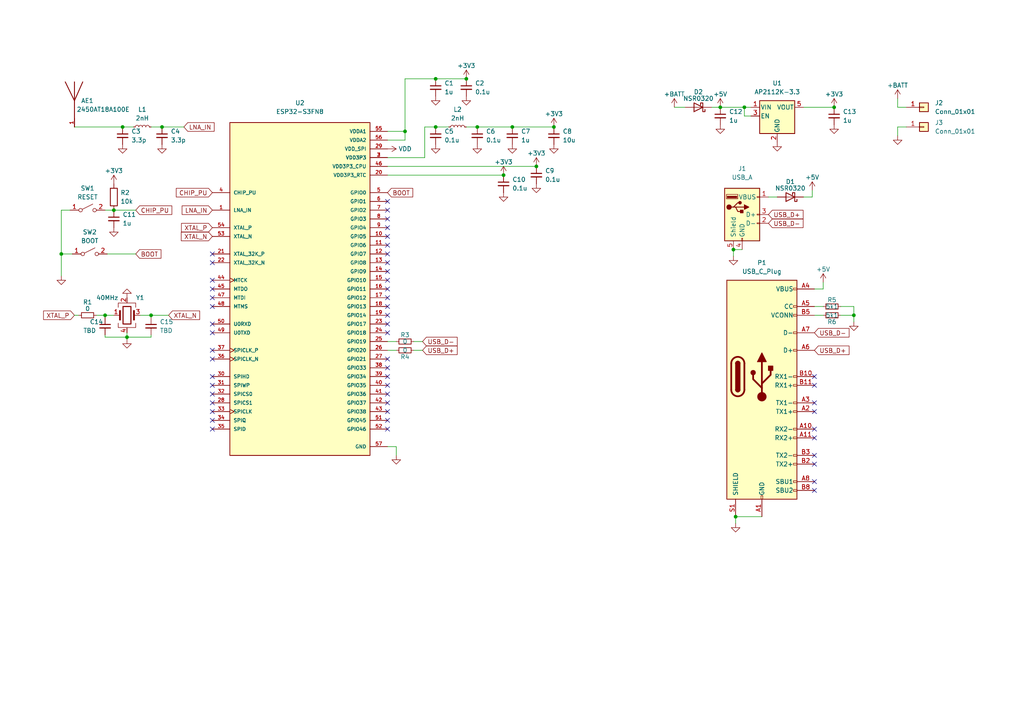
<source format=kicad_sch>
(kicad_sch (version 20211123) (generator eeschema)
  (paper "A4")
  (lib_symbols
    (symbol "2450AT18A100E:2450AT18A100E" (pin_names (offset 1.016))
      (property "Reference" "AE" (at -2.7927 10.1861 0))
      (property "Value" "2450AT18A100E" (at -2.6609 -10.1575 0))
      (symbol "2450AT18A100E_0_0"
        (polyline (pts (xy 0 2.54) (xy -2.667 8.001)) (stroke (width 0.254)))
        (polyline (pts (xy 0 2.54) (xy 0 -5.08)) (stroke (width 0.254)))
        (polyline (pts (xy 0 8.001) (xy 0 2.54)) (stroke (width 0.254)))
        (polyline (pts (xy 2.413 8.001) (xy 0 2.54)) (stroke (width 0.254)))
        (pin input line (at 0 -5.08 90) (length 2.54) (name "~") (number "1"))
      )
    )
    (symbol "Connector:USB_A" (pin_names (offset 1.016))
      (property "Reference" "J" (at -5.08 11.43 0))
      (property "Value" "USB_A" (at -5.08 8.89 0))
      (symbol "USB_A_0_1"
        (rectangle (start -5.08 -7.62) (end 5.08 7.62) (stroke (width 0.254)) (fill (type background)))
        (circle (center -3.81 2.159) (radius 0.635) (stroke (width 0.254)) (fill (type outline)))
        (rectangle (start -1.524 4.826) (end -4.318 5.334) (fill (type outline)))
        (rectangle (start -1.27 4.572) (end -4.572 5.842))
        (circle (center -0.635 3.429) (radius 0.381) (stroke (width 0.254)) (fill (type outline)))
        (rectangle (start -0.127 -7.62) (end 0.127 -6.858))
        (polyline (pts (xy -3.175 2.159) (xy -2.54 2.159) (xy -1.27 3.429) (xy -0.635 3.429)) (stroke (width 0.254)))
        (polyline (pts (xy -2.54 2.159) (xy -1.905 2.159) (xy -1.27 0.889) (xy 0 0.889)) (stroke (width 0.254)))
        (polyline (pts (xy 0.635 2.794) (xy 0.635 1.524) (xy 1.905 2.159) (xy 0.635 2.794)) (stroke (width 0.254)) (fill (type outline)))
        (rectangle (start 0.254 1.27) (end -0.508 0.508) (stroke (width 0.254)) (fill (type outline)))
        (rectangle (start 5.08 -2.667) (end 4.318 -2.413))
        (rectangle (start 5.08 -0.127) (end 4.318 0.127))
        (rectangle (start 5.08 4.953) (end 4.318 5.207))
      )
      (symbol "USB_A_1_1"
        (polyline (pts (xy -1.905 2.159) (xy 0.635 2.159)) (stroke (width 0.254)))
        (pin power_in line (at 7.62 5.08 180) (length 2.54) (name "VBUS") (number "1"))
        (pin bidirectional line (at 7.62 -2.54 180) (length 2.54) (name "D-") (number "2"))
        (pin bidirectional line (at 7.62 0 180) (length 2.54) (name "D+") (number "3"))
        (pin power_in line (at 0 -10.16 90) (length 2.54) (name "GND") (number "4"))
        (pin passive line (at -2.54 -10.16 90) (length 2.54) (name "Shield") (number "5"))
      )
    )
    (symbol "Connector:USB_C_Plug" (pin_names (offset 1.016))
      (property "Reference" "P" (at -10.16 29.21 0))
      (property "Value" "USB_C_Plug" (at 10.16 29.21 0))
      (symbol "USB_C_Plug_0_0"
        (rectangle (start -0.254 -35.56) (end 0.254 -34.544))
        (rectangle (start 10.16 -32.766) (end 9.144 -33.274))
        (rectangle (start 10.16 -30.226) (end 9.144 -30.734))
        (rectangle (start 10.16 -25.146) (end 9.144 -25.654))
        (rectangle (start 10.16 -22.606) (end 9.144 -23.114))
        (rectangle (start 10.16 -17.526) (end 9.144 -18.034))
        (rectangle (start 10.16 -14.986) (end 9.144 -15.494))
        (rectangle (start 10.16 -9.906) (end 9.144 -10.414))
        (rectangle (start 10.16 -7.366) (end 9.144 -7.874))
        (rectangle (start 10.16 -2.286) (end 9.144 -2.794))
        (rectangle (start 10.16 0.254) (end 9.144 -0.254))
        (rectangle (start 10.16 7.874) (end 9.144 7.366))
        (rectangle (start 10.16 12.954) (end 9.144 12.446))
        (rectangle (start 10.16 18.034) (end 9.144 17.526))
        (rectangle (start 10.16 20.574) (end 9.144 20.066))
        (rectangle (start 10.16 25.654) (end 9.144 25.146))
      )
      (symbol "USB_C_Plug_0_1"
        (rectangle (start -10.16 27.94) (end 10.16 -35.56) (stroke (width 0.254)) (fill (type background)))
        (arc (start -8.89 -3.81) (mid -6.985 -5.715) (end -5.08 -3.81) (stroke (width 0.508)))
        (arc (start -7.62 -3.81) (mid -6.985 -4.445) (end -6.35 -3.81) (stroke (width 0.254)))
        (arc (start -7.62 -3.81) (mid -6.985 -4.445) (end -6.35 -3.81) (stroke (width 0.254)) (fill (type outline)))
        (rectangle (start -7.62 -3.81) (end -6.35 3.81) (stroke (width 0.254)) (fill (type outline)))
        (arc (start -6.35 3.81) (mid -6.985 4.445) (end -7.62 3.81) (stroke (width 0.254)))
        (arc (start -6.35 3.81) (mid -6.985 4.445) (end -7.62 3.81) (stroke (width 0.254)) (fill (type outline)))
        (arc (start -5.08 3.81) (mid -6.985 5.715) (end -8.89 3.81) (stroke (width 0.508)))
        (polyline (pts (xy -8.89 -3.81) (xy -8.89 3.81)) (stroke (width 0.508)))
        (polyline (pts (xy -5.08 3.81) (xy -5.08 -3.81)) (stroke (width 0.508)))
      )
      (symbol "USB_C_Plug_1_1"
        (circle (center -2.54 1.143) (radius 0.635) (stroke (width 0.254)) (fill (type outline)))
        (circle (center 0 -5.842) (radius 1.27) (fill (type outline)))
        (polyline (pts (xy 0 -5.842) (xy 0 4.318)) (stroke (width 0.508)))
        (polyline (pts (xy 0 -3.302) (xy -2.54 -0.762) (xy -2.54 0.508)) (stroke (width 0.508)))
        (polyline (pts (xy 0 -2.032) (xy 2.54 0.508) (xy 2.54 1.778)) (stroke (width 0.508)))
        (polyline (pts (xy -1.27 4.318) (xy 0 6.858) (xy 1.27 4.318) (xy -1.27 4.318)) (stroke (width 0.254)) (fill (type outline)))
        (rectangle (start 1.905 1.778) (end 3.175 3.048) (stroke (width 0.254)) (fill (type outline)))
        (pin passive line (at 0 -40.64 90) (length 5.08) (name "GND") (number "A1"))
        (pin bidirectional line (at 15.24 -15.24 180) (length 5.08) (name "RX2-") (number "A10"))
        (pin bidirectional line (at 15.24 -17.78 180) (length 5.08) (name "RX2+") (number "A11"))
        (pin passive line (at 0 -40.64 90) (length 5.08) hide (name "GND") (number "A12"))
        (pin bidirectional line (at 15.24 -10.16 180) (length 5.08) (name "TX1+") (number "A2"))
        (pin bidirectional line (at 15.24 -7.62 180) (length 5.08) (name "TX1-") (number "A3"))
        (pin passive line (at 15.24 25.4 180) (length 5.08) (name "VBUS") (number "A4"))
        (pin bidirectional line (at 15.24 20.32 180) (length 5.08) (name "CC") (number "A5"))
        (pin bidirectional line (at 15.24 7.62 180) (length 5.08) (name "D+") (number "A6"))
        (pin bidirectional line (at 15.24 12.7 180) (length 5.08) (name "D-") (number "A7"))
        (pin bidirectional line (at 15.24 -30.48 180) (length 5.08) (name "SBU1") (number "A8"))
        (pin passive line (at 15.24 25.4 180) (length 5.08) hide (name "VBUS") (number "A9"))
        (pin passive line (at 0 -40.64 90) (length 5.08) hide (name "GND") (number "B1"))
        (pin bidirectional line (at 15.24 0 180) (length 5.08) (name "RX1-") (number "B10"))
        (pin bidirectional line (at 15.24 -2.54 180) (length 5.08) (name "RX1+") (number "B11"))
        (pin passive line (at 0 -40.64 90) (length 5.08) hide (name "GND") (number "B12"))
        (pin bidirectional line (at 15.24 -25.4 180) (length 5.08) (name "TX2+") (number "B2"))
        (pin bidirectional line (at 15.24 -22.86 180) (length 5.08) (name "TX2-") (number "B3"))
        (pin passive line (at 15.24 25.4 180) (length 5.08) hide (name "VBUS") (number "B4"))
        (pin bidirectional line (at 15.24 17.78 180) (length 5.08) (name "VCONN") (number "B5"))
        (pin bidirectional line (at 15.24 -33.02 180) (length 5.08) (name "SBU2") (number "B8"))
        (pin passive line (at 15.24 25.4 180) (length 5.08) hide (name "VBUS") (number "B9"))
        (pin passive line (at -7.62 -40.64 90) (length 5.08) (name "SHIELD") (number "S1"))
      )
    )
    (symbol "Connector_Generic:Conn_01x01" (pin_names (offset 1.016) hide)
      (property "Reference" "J" (at 0 2.54 0))
      (property "Value" "Conn_01x01" (at 0 -2.54 0))
      (symbol "Conn_01x01_1_1"
        (rectangle (start -1.27 0.127) (end 0 -0.127) (stroke (width 0.1524)))
        (rectangle (start -1.27 1.27) (end 1.27 -1.27) (stroke (width 0.254)) (fill (type background)))
        (pin passive line (at -5.08 0 0) (length 3.81) (name "Pin_1") (number "1"))
      )
    )
    (symbol "Device:C_Small" (pin_numbers hide) (pin_names (offset 0.254) hide)
      (property "Reference" "C" (at 0.254 1.778 0))
      (property "Value" "C_Small" (at 0.254 -2.032 0))
      (symbol "C_Small_0_1"
        (polyline (pts (xy -1.524 -0.508) (xy 1.524 -0.508)) (stroke (width 0.3302)))
        (polyline (pts (xy -1.524 0.508) (xy 1.524 0.508)) (stroke (width 0.3048)))
      )
      (symbol "C_Small_1_1"
        (pin passive line (at 0 2.54 270) (length 2.032) (name "~") (number "1"))
        (pin passive line (at 0 -2.54 90) (length 2.032) (name "~") (number "2"))
      )
    )
    (symbol "Device:Crystal_GND24" (pin_names (offset 1.016) hide)
      (property "Reference" "Y" (at 3.175 5.08 0))
      (property "Value" "Crystal_GND24" (at 3.175 3.175 0))
      (symbol "Crystal_GND24_0_1"
        (rectangle (start -1.143 2.54) (end 1.143 -2.54) (stroke (width 0.3048)))
        (polyline (pts (xy -2.54 0) (xy -2.032 0)))
        (polyline (pts (xy -2.032 -1.27) (xy -2.032 1.27)) (stroke (width 0.508)))
        (polyline (pts (xy 0 -3.81) (xy 0 -3.556)))
        (polyline (pts (xy 0 3.556) (xy 0 3.81)))
        (polyline (pts (xy 2.032 -1.27) (xy 2.032 1.27)) (stroke (width 0.508)))
        (polyline (pts (xy 2.032 0) (xy 2.54 0)))
        (polyline (pts (xy -2.54 -2.286) (xy -2.54 -3.556) (xy 2.54 -3.556) (xy 2.54 -2.286)))
        (polyline (pts (xy -2.54 2.286) (xy -2.54 3.556) (xy 2.54 3.556) (xy 2.54 2.286)))
      )
      (symbol "Crystal_GND24_1_1"
        (pin passive line (at -3.81 0 0) (length 1.27) (name "1") (number "1"))
        (pin passive line (at 0 5.08 270) (length 1.27) (name "2") (number "2"))
        (pin passive line (at 3.81 0 180) (length 1.27) (name "3") (number "3"))
        (pin passive line (at 0 -5.08 90) (length 1.27) (name "4") (number "4"))
      )
    )
    (symbol "Device:D_Schottky" (pin_numbers hide) (pin_names (offset 1.016) hide)
      (property "Reference" "D" (at 0 2.54 0))
      (property "Value" "D_Schottky" (at 0 -2.54 0))
      (symbol "D_Schottky_0_1"
        (polyline (pts (xy 1.27 0) (xy -1.27 0)))
        (polyline (pts (xy 1.27 1.27) (xy 1.27 -1.27) (xy -1.27 0) (xy 1.27 1.27)) (stroke (width 0.254)))
        (polyline (pts (xy -1.905 0.635) (xy -1.905 1.27) (xy -1.27 1.27) (xy -1.27 -1.27) (xy -0.635 -1.27) (xy -0.635 -0.635)) (stroke (width 0.254)))
      )
      (symbol "D_Schottky_1_1"
        (pin passive line (at -3.81 0 0) (length 2.54) (name "K") (number "1"))
        (pin passive line (at 3.81 0 180) (length 2.54) (name "A") (number "2"))
      )
    )
    (symbol "Device:L_Small" (pin_numbers hide) (pin_names (offset 0.254) hide)
      (property "Reference" "L" (at 0.762 1.016 0))
      (property "Value" "L_Small" (at 0.762 -1.016 0))
      (symbol "L_Small_0_1"
        (arc (start 0 -2.032) (mid 0.508 -1.524) (end 0 -1.016))
        (arc (start 0 -1.016) (mid 0.508 -0.508) (end 0 0))
        (arc (start 0 0) (mid 0.508 0.508) (end 0 1.016))
        (arc (start 0 1.016) (mid 0.508 1.524) (end 0 2.032))
      )
      (symbol "L_Small_1_1"
        (pin passive line (at 0 2.54 270) (length 0.508) (name "~") (number "1"))
        (pin passive line (at 0 -2.54 90) (length 0.508) (name "~") (number "2"))
      )
    )
    (symbol "Device:R" (pin_numbers hide) (pin_names (offset 0))
      (property "Reference" "R" (at 2.032 0 90))
      (property "Value" "R" (at 0 0 90))
      (symbol "R_0_1"
        (rectangle (start -1.016 -2.54) (end 1.016 2.54) (stroke (width 0.254)))
      )
      (symbol "R_1_1"
        (pin passive line (at 0 3.81 270) (length 1.27) (name "~") (number "1"))
        (pin passive line (at 0 -3.81 90) (length 1.27) (name "~") (number "2"))
      )
    )
    (symbol "Device:R_Small" (pin_numbers hide) (pin_names (offset 0.254) hide)
      (property "Reference" "R" (at 0.762 0.508 0))
      (property "Value" "R_Small" (at 0.762 -1.016 0))
      (symbol "R_Small_0_1"
        (rectangle (start -0.762 1.778) (end 0.762 -1.778) (stroke (width 0.2032)))
      )
      (symbol "R_Small_1_1"
        (pin passive line (at 0 2.54 270) (length 0.762) (name "~") (number "1"))
        (pin passive line (at 0 -2.54 90) (length 0.762) (name "~") (number "2"))
      )
    )
    (symbol "ESP32-S3FN8:ESP32-S3FN8" (pin_names (offset 1.016))
      (property "Reference" "U" (at -20.32 49.53 0))
      (property "Value" "ESP32-S3FN8" (at -20.32 -49.53 0))
      (symbol "ESP32-S3FN8_0_0"
        (rectangle (start -20.32 -48.26) (end 20.32 48.26) (stroke (width 0.254)) (fill (type background)))
        (pin bidirectional line (at -25.4 22.86 0) (length 5.08) (name "LNA_IN") (number "1"))
        (pin bidirectional line (at 25.4 15.24 180) (length 5.08) (name "GPIO5") (number "10"))
        (pin bidirectional line (at 25.4 12.7 180) (length 5.08) (name "GPIO6") (number "11"))
        (pin bidirectional line (at 25.4 10.16 180) (length 5.08) (name "GPIO7") (number "12"))
        (pin bidirectional line (at 25.4 7.62 180) (length 5.08) (name "GPIO8") (number "13"))
        (pin bidirectional line (at 25.4 5.08 180) (length 5.08) (name "GPIO9") (number "14"))
        (pin bidirectional line (at 25.4 2.54 180) (length 5.08) (name "GPIO10") (number "15"))
        (pin bidirectional line (at 25.4 0 180) (length 5.08) (name "GPIO11") (number "16"))
        (pin bidirectional line (at 25.4 -2.54 180) (length 5.08) (name "GPIO12") (number "17"))
        (pin bidirectional line (at 25.4 -5.08 180) (length 5.08) (name "GPIO13") (number "18"))
        (pin bidirectional line (at 25.4 -7.62 180) (length 5.08) (name "GPIO14") (number "19"))
        (pin power_in line (at 25.4 38.1 180) (length 5.08) (name "VDD3P3") (number "2"))
        (pin power_in line (at 25.4 33.02 180) (length 5.08) (name "VDD3P3_RTC") (number "20"))
        (pin bidirectional line (at -25.4 10.16 0) (length 5.08) (name "XTAL_32K_P") (number "21"))
        (pin bidirectional line (at -25.4 7.62 0) (length 5.08) (name "XTAL_32K_N") (number "22"))
        (pin bidirectional line (at 25.4 -10.16 180) (length 5.08) (name "GPIO17") (number "23"))
        (pin bidirectional line (at 25.4 -12.7 180) (length 5.08) (name "GPIO18") (number "24"))
        (pin bidirectional line (at 25.4 -15.24 180) (length 5.08) (name "GPIO19") (number "25"))
        (pin bidirectional line (at 25.4 -17.78 180) (length 5.08) (name "GPIO20") (number "26"))
        (pin bidirectional line (at 25.4 -20.32 180) (length 5.08) (name "GPIO21") (number "27"))
        (pin bidirectional line (at -25.4 -33.02 0) (length 5.08) (name "SPICS1") (number "28"))
        (pin power_in line (at 25.4 40.64 180) (length 5.08) (name "VDD_SPI") (number "29"))
        (pin power_in line (at 25.4 38.1 180) (length 5.08) (name "VDD3P3") (number "3"))
        (pin bidirectional line (at -25.4 -25.4 0) (length 5.08) (name "SPIHD") (number "30"))
        (pin bidirectional line (at -25.4 -27.94 0) (length 5.08) (name "SPIWP") (number "31"))
        (pin bidirectional line (at -25.4 -30.48 0) (length 5.08) (name "SPICS0") (number "32"))
        (pin bidirectional clock (at -25.4 -35.56 0) (length 5.08) (name "SPICLK") (number "33"))
        (pin bidirectional line (at -25.4 -38.1 0) (length 5.08) (name "SPIQ") (number "34"))
        (pin bidirectional line (at -25.4 -40.64 0) (length 5.08) (name "SPID") (number "35"))
        (pin bidirectional clock (at -25.4 -20.32 0) (length 5.08) (name "SPICLK_N") (number "36"))
        (pin bidirectional clock (at -25.4 -17.78 0) (length 5.08) (name "SPICLK_P") (number "37"))
        (pin bidirectional line (at 25.4 -22.86 180) (length 5.08) (name "GPIO33") (number "38"))
        (pin bidirectional line (at 25.4 -25.4 180) (length 5.08) (name "GPIO34") (number "39"))
        (pin input line (at -25.4 27.94 0) (length 5.08) (name "CHIP_PU") (number "4"))
        (pin bidirectional line (at 25.4 -27.94 180) (length 5.08) (name "GPIO35") (number "40"))
        (pin bidirectional line (at 25.4 -30.48 180) (length 5.08) (name "GPIO36") (number "41"))
        (pin bidirectional line (at 25.4 -33.02 180) (length 5.08) (name "GPIO37") (number "42"))
        (pin bidirectional line (at 25.4 -35.56 180) (length 5.08) (name "GPIO38") (number "43"))
        (pin bidirectional clock (at -25.4 2.54 0) (length 5.08) (name "MTCK") (number "44"))
        (pin bidirectional line (at -25.4 0 0) (length 5.08) (name "MTDO") (number "45"))
        (pin power_in line (at 25.4 35.56 180) (length 5.08) (name "VDD3P3_CPU") (number "46"))
        (pin bidirectional line (at -25.4 -2.54 0) (length 5.08) (name "MTDI") (number "47"))
        (pin bidirectional line (at -25.4 -5.08 0) (length 5.08) (name "MTMS") (number "48"))
        (pin bidirectional line (at -25.4 -12.7 0) (length 5.08) (name "U0TXD") (number "49"))
        (pin bidirectional line (at 25.4 27.94 180) (length 5.08) (name "GPIO0") (number "5"))
        (pin bidirectional line (at -25.4 -10.16 0) (length 5.08) (name "U0RXD") (number "50"))
        (pin bidirectional line (at 25.4 -38.1 180) (length 5.08) (name "GPIO45") (number "51"))
        (pin bidirectional line (at 25.4 -40.64 180) (length 5.08) (name "GPIO46") (number "52"))
        (pin output line (at -25.4 15.24 0) (length 5.08) (name "XTAL_N") (number "53"))
        (pin input line (at -25.4 17.78 0) (length 5.08) (name "XTAL_P") (number "54"))
        (pin power_in line (at 25.4 45.72 180) (length 5.08) (name "VDDA1") (number "55"))
        (pin power_in line (at 25.4 43.18 180) (length 5.08) (name "VDDA2") (number "56"))
        (pin power_in line (at 25.4 -45.72 180) (length 5.08) (name "GND") (number "57"))
        (pin bidirectional line (at 25.4 25.4 180) (length 5.08) (name "GPIO1") (number "6"))
        (pin bidirectional line (at 25.4 22.86 180) (length 5.08) (name "GPIO2") (number "7"))
        (pin bidirectional line (at 25.4 20.32 180) (length 5.08) (name "GPIO3") (number "8"))
        (pin bidirectional line (at 25.4 17.78 180) (length 5.08) (name "GPIO4") (number "9"))
      )
    )
    (symbol "Regulator_Linear:AP2112K-3.3" (pin_names (offset 0.254))
      (property "Reference" "U" (at -5.08 5.715 0))
      (property "Value" "AP2112K-3.3" (at 0 5.715 0))
      (symbol "AP2112K-3.3_0_1"
        (rectangle (start -5.08 4.445) (end 5.08 -5.08) (stroke (width 0.254)) (fill (type background)))
      )
      (symbol "AP2112K-3.3_1_1"
        (pin power_in line (at -7.62 2.54 0) (length 2.54) (name "VIN") (number "1"))
        (pin power_in line (at 0 -7.62 90) (length 2.54) (name "GND") (number "2"))
        (pin input line (at -7.62 0 0) (length 2.54) (name "EN") (number "3"))
        (pin no_connect line (at 5.08 0 180) (length 2.54) hide (name "NC") (number "4"))
        (pin power_out line (at 7.62 2.54 180) (length 2.54) (name "VOUT") (number "5"))
      )
    )
    (symbol "Switch:SW_SPST" (pin_names (offset 0) hide)
      (property "Reference" "SW" (at 0 3.175 0))
      (property "Value" "SW_SPST" (at 0 -2.54 0))
      (symbol "SW_SPST_0_0"
        (circle (center -2.032 0) (radius 0.508))
        (polyline (pts (xy -1.524 0.254) (xy 1.524 1.778)))
        (circle (center 2.032 0) (radius 0.508))
      )
      (symbol "SW_SPST_1_1"
        (pin passive line (at -5.08 0 0) (length 2.54) (name "A") (number "1"))
        (pin passive line (at 5.08 0 180) (length 2.54) (name "B") (number "2"))
      )
    )
    (symbol "power:+3V3" (power) (pin_names (offset 0))
      (property "Value" "+3V3" (at 0 3.556 0))
      (symbol "+3V3_0_1"
        (polyline (pts (xy -0.762 1.27) (xy 0 2.54)))
        (polyline (pts (xy 0 0) (xy 0 2.54)))
        (polyline (pts (xy 0 2.54) (xy 0.762 1.27)))
      )
      (symbol "+3V3_1_1"
        (pin power_in line (at 0 0 90) (length 0) hide (name "+3V3") (number "1"))
      )
    )
    (symbol "power:+5V" (power) (pin_names (offset 0))
      (property "Value" "+5V" (at 0 3.556 0))
      (symbol "+5V_0_1"
        (polyline (pts (xy -0.762 1.27) (xy 0 2.54)))
        (polyline (pts (xy 0 0) (xy 0 2.54)))
        (polyline (pts (xy 0 2.54) (xy 0.762 1.27)))
      )
      (symbol "+5V_1_1"
        (pin power_in line (at 0 0 90) (length 0) hide (name "+5V") (number "1"))
      )
    )
    (symbol "power:+BATT" (power) (pin_names (offset 0))
      (property "Value" "+BATT" (at 0 3.556 0))
      (symbol "+BATT_0_1"
        (polyline (pts (xy -0.762 1.27) (xy 0 2.54)))
        (polyline (pts (xy 0 0) (xy 0 2.54)))
        (polyline (pts (xy 0 2.54) (xy 0.762 1.27)))
      )
      (symbol "+BATT_1_1"
        (pin power_in line (at 0 0 90) (length 0) hide (name "+BATT") (number "1"))
      )
    )
    (symbol "power:GND" (power) (pin_names (offset 0))
      (property "Value" "GND" (at 0 -3.81 0))
      (symbol "GND_0_1"
        (polyline (pts (xy 0 0) (xy 0 -1.27) (xy 1.27 -1.27) (xy 0 -2.54) (xy -1.27 -1.27) (xy 0 -1.27)))
      )
      (symbol "GND_1_1"
        (pin power_in line (at 0 0 270) (length 0) hide (name "GND") (number "1"))
      )
    )
    (symbol "power:VDD" (power) (pin_names (offset 0))
      (property "Value" "VDD" (at 0 3.81 0))
      (symbol "VDD_0_1"
        (polyline (pts (xy -0.762 1.27) (xy 0 2.54)))
        (polyline (pts (xy 0 0) (xy 0 2.54)))
        (polyline (pts (xy 0 2.54) (xy 0.762 1.27)))
      )
      (symbol "VDD_1_1"
        (pin power_in line (at 0 0 90) (length 0) hide (name "VDD") (number "1"))
      )
    )
  )
  (junction (at 155.575 48.26))
  (junction (at 117.475 38.1))
  (junction (at 30.48 91.44))
  (junction (at 146.05 50.8))
  (junction (at 46.99 36.83))
  (junction (at 148.59 36.83))
  (junction (at 241.935 31.115))
  (junction (at 138.43 36.83))
  (junction (at 135.255 22.86))
  (junction (at 36.83 97.79))
  (junction (at 212.725 72.39))
  (junction (at 247.65 91.44))
  (junction (at 213.36 149.86))
  (junction (at 17.78 73.66))
  (junction (at 43.815 91.44))
  (junction (at 33.02 60.96))
  (junction (at 215.9 31.115))
  (junction (at 35.56 36.83))
  (junction (at 126.365 22.86))
  (junction (at 208.915 31.115))
  (junction (at 126.365 36.83))
  (junction (at 160.655 36.83))
  (no_connect (at 61.595 111.76))
  (no_connect (at 112.395 60.96))
  (no_connect (at 112.395 91.44))
  (no_connect (at 112.395 78.74))
  (no_connect (at 236.22 109.22))
  (no_connect (at 112.395 109.22))
  (no_connect (at 61.595 121.92))
  (no_connect (at 236.22 119.38))
  (no_connect (at 112.395 68.58))
  (no_connect (at 61.595 83.82))
  (no_connect (at 61.595 96.52))
  (no_connect (at 236.22 124.46))
  (no_connect (at 61.595 124.46))
  (no_connect (at 61.595 104.14))
  (no_connect (at 112.395 58.42))
  (no_connect (at 112.395 63.5))
  (no_connect (at 112.395 116.84))
  (no_connect (at 112.395 114.3))
  (no_connect (at 112.395 71.12))
  (no_connect (at 112.395 104.14))
  (no_connect (at 112.395 81.28))
  (no_connect (at 61.595 109.22))
  (no_connect (at 61.595 101.6))
  (no_connect (at 236.22 139.7))
  (no_connect (at 236.22 127))
  (no_connect (at 61.595 81.28))
  (no_connect (at 112.395 124.46))
  (no_connect (at 61.595 88.9))
  (no_connect (at 112.395 106.68))
  (no_connect (at 61.595 114.3))
  (no_connect (at 112.395 66.04))
  (no_connect (at 112.395 119.38))
  (no_connect (at 236.22 132.08))
  (no_connect (at 236.22 116.84))
  (no_connect (at 61.595 119.38))
  (no_connect (at 236.22 134.62))
  (no_connect (at 236.22 142.24))
  (no_connect (at 61.595 86.36))
  (no_connect (at 112.395 88.9))
  (no_connect (at 112.395 96.52))
  (no_connect (at 112.395 83.82))
  (no_connect (at 112.395 93.98))
  (no_connect (at 61.595 76.2))
  (no_connect (at 61.595 93.98))
  (no_connect (at 61.595 73.66))
  (no_connect (at 112.395 111.76))
  (no_connect (at 112.395 86.36))
  (no_connect (at 236.22 111.76))
  (no_connect (at 112.395 73.66))
  (no_connect (at 61.595 116.84))
  (no_connect (at 112.395 76.2))
  (no_connect (at 112.395 121.92))
  (wire (pts (xy 215.9 31.115) (xy 215.9 33.655)))
  (wire (pts (xy 262.89 31.115) (xy 260.35 31.115)))
  (wire (pts (xy 123.19 45.72) (xy 123.19 36.83)))
  (wire (pts (xy 30.48 60.96) (xy 33.02 60.96)))
  (wire (pts (xy 262.89 36.83) (xy 260.35 36.83)))
  (wire (pts (xy 17.78 80.01) (xy 17.78 73.66)))
  (wire (pts (xy 27.94 91.44) (xy 30.48 91.44)))
  (wire (pts (xy 43.815 97.79) (xy 43.815 97.155)))
  (wire (pts (xy 120.015 99.06) (xy 122.555 99.06)))
  (wire (pts (xy 213.36 149.86) (xy 213.36 151.765)))
  (wire (pts (xy 36.83 98.425) (xy 36.83 97.79)))
  (wire (pts (xy 30.48 97.79) (xy 30.48 97.155)))
  (wire (pts (xy 148.59 36.83) (xy 160.655 36.83)))
  (wire (pts (xy 43.815 92.075) (xy 43.815 91.44)))
  (wire (pts (xy 247.65 88.9) (xy 243.84 88.9)))
  (wire (pts (xy 206.375 31.115) (xy 208.915 31.115)))
  (wire (pts (xy 117.475 40.64) (xy 112.395 40.64)))
  (wire (pts (xy 126.365 22.86) (xy 135.255 22.86)))
  (wire (pts (xy 46.99 36.83) (xy 53.34 36.83)))
  (wire (pts (xy 247.65 93.345) (xy 247.65 91.44)))
  (wire (pts (xy 30.48 97.79) (xy 36.83 97.79)))
  (wire (pts (xy 17.78 73.66) (xy 20.955 73.66)))
  (wire (pts (xy 21.59 36.83) (xy 35.56 36.83)))
  (wire (pts (xy 236.22 91.44) (xy 238.76 91.44)))
  (wire (pts (xy 235.585 55.245) (xy 235.585 57.15)))
  (wire (pts (xy 195.58 31.115) (xy 198.755 31.115)))
  (wire (pts (xy 233.045 31.115) (xy 241.935 31.115)))
  (wire (pts (xy 117.475 22.86) (xy 126.365 22.86)))
  (wire (pts (xy 112.395 48.26) (xy 155.575 48.26)))
  (wire (pts (xy 114.935 129.54) (xy 112.395 129.54)))
  (wire (pts (xy 31.115 73.66) (xy 39.37 73.66)))
  (wire (pts (xy 43.815 36.83) (xy 46.99 36.83)))
  (wire (pts (xy 208.915 31.115) (xy 215.9 31.115)))
  (wire (pts (xy 112.395 45.72) (xy 123.19 45.72)))
  (wire (pts (xy 120.015 101.6) (xy 122.555 101.6)))
  (wire (pts (xy 243.84 91.44) (xy 247.65 91.44)))
  (wire (pts (xy 212.725 72.39) (xy 212.725 74.295)))
  (wire (pts (xy 117.475 38.1) (xy 117.475 22.86)))
  (wire (pts (xy 215.9 31.115) (xy 217.805 31.115)))
  (wire (pts (xy 238.76 83.82) (xy 236.22 83.82)))
  (wire (pts (xy 30.48 92.075) (xy 30.48 91.44)))
  (wire (pts (xy 135.255 36.83) (xy 138.43 36.83)))
  (wire (pts (xy 215.9 33.655) (xy 217.805 33.655)))
  (wire (pts (xy 225.425 57.15) (xy 222.885 57.15)))
  (wire (pts (xy 112.395 101.6) (xy 114.935 101.6)))
  (wire (pts (xy 123.19 36.83) (xy 126.365 36.83)))
  (wire (pts (xy 112.395 50.8) (xy 146.05 50.8)))
  (wire (pts (xy 114.935 132.08) (xy 114.935 129.54)))
  (wire (pts (xy 21.59 91.44) (xy 22.86 91.44)))
  (wire (pts (xy 36.83 96.52) (xy 36.83 97.79)))
  (wire (pts (xy 17.78 73.66) (xy 17.78 60.96)))
  (wire (pts (xy 117.475 40.64) (xy 117.475 38.1)))
  (wire (pts (xy 215.265 72.39) (xy 212.725 72.39)))
  (wire (pts (xy 35.56 36.83) (xy 38.735 36.83)))
  (wire (pts (xy 30.48 91.44) (xy 33.02 91.44)))
  (wire (pts (xy 43.815 91.44) (xy 40.64 91.44)))
  (wire (pts (xy 235.585 57.15) (xy 233.045 57.15)))
  (wire (pts (xy 260.35 31.115) (xy 260.35 28.575)))
  (wire (pts (xy 138.43 36.83) (xy 148.59 36.83)))
  (wire (pts (xy 213.36 149.86) (xy 220.98 149.86)))
  (wire (pts (xy 260.35 39.37) (xy 260.35 36.83)))
  (wire (pts (xy 17.78 60.96) (xy 20.32 60.96)))
  (wire (pts (xy 112.395 99.06) (xy 114.935 99.06)))
  (wire (pts (xy 236.22 88.9) (xy 238.76 88.9)))
  (wire (pts (xy 247.65 91.44) (xy 247.65 88.9)))
  (wire (pts (xy 36.83 97.79) (xy 43.815 97.79)))
  (wire (pts (xy 48.895 91.44) (xy 43.815 91.44)))
  (wire (pts (xy 33.02 60.96) (xy 39.37 60.96)))
  (wire (pts (xy 238.76 81.915) (xy 238.76 83.82)))
  (wire (pts (xy 126.365 36.83) (xy 130.175 36.83)))
  (wire (pts (xy 117.475 38.1) (xy 112.395 38.1)))
  (global_label "XTAL_N" (shape input) (at 48.895 91.44 0) (property "Intersheet References" "${INTERSHEET_REFS}" (effects hide)))
  (global_label "BOOT" (shape input) (at 39.37 73.66 0) (property "Intersheet References" "${INTERSHEET_REFS}" (effects hide)))
  (global_label "USB_D-" (shape input) (at 236.22 96.52 0) (property "Intersheet References" "${INTERSHEET_REFS}" (effects hide)))
  (global_label "USB_D-" (shape input) (at 222.885 64.77 0) (property "Intersheet References" "${INTERSHEET_REFS}" (effects hide)))
  (global_label "XTAL_P" (shape input) (at 61.595 66.04 180) (property "Intersheet References" "${INTERSHEET_REFS}" (effects hide)))
  (global_label "LNA_IN" (shape input) (at 61.595 60.96 180) (property "Intersheet References" "${INTERSHEET_REFS}" (effects hide)))
  (global_label "CHIP_PU" (shape input) (at 39.37 60.96 0) (property "Intersheet References" "${INTERSHEET_REFS}" (effects hide)))
  (global_label "LNA_IN" (shape input) (at 53.34 36.83 0) (property "Intersheet References" "${INTERSHEET_REFS}" (effects hide)))
  (global_label "USB_D+" (shape input) (at 236.22 101.6 0) (property "Intersheet References" "${INTERSHEET_REFS}" (effects hide)))
  (global_label "USB_D-" (shape input) (at 122.555 99.06 0) (property "Intersheet References" "${INTERSHEET_REFS}" (effects hide)))
  (global_label "USB_D+" (shape input) (at 122.555 101.6 0) (property "Intersheet References" "${INTERSHEET_REFS}" (effects hide)))
  (global_label "CHIP_PU" (shape input) (at 61.595 55.88 180) (property "Intersheet References" "${INTERSHEET_REFS}" (effects hide)))
  (global_label "USB_D+" (shape input) (at 222.885 62.23 0) (property "Intersheet References" "${INTERSHEET_REFS}" (effects hide)))
  (global_label "BOOT" (shape input) (at 112.395 55.88 0) (property "Intersheet References" "${INTERSHEET_REFS}" (effects hide)))
  (global_label "XTAL_N" (shape input) (at 61.595 68.58 180) (property "Intersheet References" "${INTERSHEET_REFS}" (effects hide)))
  (global_label "XTAL_P" (shape input) (at 21.59 91.44 180) (property "Intersheet References" "${INTERSHEET_REFS}" (effects hide)))
  (symbol (lib_id "power:GND") (at 35.56 41.91 0) (unit 1)
    (property "Reference" "#PWR0119" (effects hide))
    (property "Value" "GND" (effects hide))
  )
  (symbol (lib_id "Device:C_Small") (at 43.815 94.615 0) (unit 1)
    (property "Reference" "C15" (at 46.355 93.345 0) (effects (justify left)))
    (property "Value" "TBD" (at 46.355 95.885 0) (effects (justify left)))
    (property "Footprint" "Capacitor_SMD:C_0402_1005Metric" (effects hide))
  )
  (symbol (lib_id "power:GND") (at 212.725 74.295 0) (unit 1)
    (property "Reference" "#PWR0129" (effects hide))
    (property "Value" "GND" (effects hide))
  )
  (symbol (lib_id "power:+BATT") (at 260.35 28.575 0) (unit 1)
    (property "Reference" "#PWR0132" (effects hide))
    (property "Value" "+BATT" (at 260.35 24.765 0))
  )
  (symbol (lib_id "Device:R_Small") (at 117.475 99.06 90) (unit 1)
    (property "Reference" "R3" (at 117.475 97.155 90))
    (property "Value" "0" (at 117.475 99.06 90))
    (property "Footprint" "Resistor_SMD:R_0402_1005Metric" (effects hide))
  )
  (symbol (lib_id "Connector_Generic:Conn_01x01") (at 267.97 36.83 0) (unit 1)
    (property "Reference" "J3" (at 271.145 35.5599 0) (effects (justify left)))
    (property "Value" "Conn_01x01" (at 271.145 38.0999 0) (effects (justify left)))
    (property "Footprint" "Connector_Wire:SolderWirePad_1x01_SMD_1x2mm" (effects hide))
  )
  (symbol (lib_id "Connector:USB_A") (at 215.265 62.23 0) (unit 1)
    (property "Reference" "J1" (at 215.265 48.895 0))
    (property "Value" "USB_A" (at 215.265 51.435 0))
    (property "Footprint" "Connector_USB:USB_A_CNCTech_1001-011-01101_Horizontal" (effects hide))
    (property "Datasheet" " ~" (effects hide))
  )
  (symbol (lib_id "Device:L_Small") (at 132.715 36.83 90) (unit 1)
    (property "Reference" "L2" (at 132.715 31.75 90))
    (property "Value" "2nH" (at 132.715 34.29 90))
    (property "Footprint" "Inductor_SMD:L_0402_1005Metric" (effects hide))
  )
  (symbol (lib_id "power:GND") (at 208.915 36.195 0) (unit 1)
    (property "Reference" "#PWR0124" (effects hide))
    (property "Value" "GND" (effects hide))
  )
  (symbol (lib_id "Device:R_Small") (at 241.3 88.9 90) (unit 1)
    (property "Reference" "R5" (at 241.3 86.995 90))
    (property "Value" "5k1" (at 241.3 88.9 90))
    (property "Footprint" "Resistor_SMD:R_0402_1005Metric" (effects hide))
  )
  (symbol (lib_id "power:GND") (at 126.365 27.94 0) (unit 1)
    (property "Reference" "#PWR0108" (effects hide))
    (property "Value" "GND" (effects hide))
  )
  (symbol (lib_id "ESP32-S3FN8:ESP32-S3FN8") (at 86.995 83.82 0) (unit 1)
    (property "Reference" "U2" (at 86.995 29.845 0))
    (property "Value" "ESP32-S3FN8" (at 86.995 32.385 0))
    (property "Footprint" "ESP32-S3FN8:QFN40P700X700X90-57N" (effects hide))
    (property "Availability" "In Stock" (effects hide))
    (property "Price" "None" (effects hide))
    (property "MF" "Espressif Systems" (effects hide))
    (property "Purchase-URL" "https://pricing.snapeda.com/search/part/ESP32-S3FN8/?ref=eda" (effects hide))
    (property "Package" "None" (effects hide))
    (property "MP" "ESP32-S3FN8" (effects hide))
    (property "Description" "Espressif Systems [ENGINEERING SAMPLES]SMD IC , Dual-Core MCU, Wi-Fi 2.4G & BLE 5.0 combo, 8 MB Octal SPI PSRAM, QFN 56-pin, 7*7 mm" (effects hide))
  )
  (symbol (lib_id "Device:R") (at 33.02 57.15 0) (unit 1)
    (property "Reference" "R2" (at 34.925 55.8799 0) (effects (justify left)))
    (property "Value" "10k" (at 34.925 58.4199 0) (effects (justify left)))
    (property "Footprint" "Resistor_SMD:R_0402_1005Metric" (effects hide))
  )
  (symbol (lib_id "power:+5V") (at 235.585 55.245 0) (unit 1)
    (property "Reference" "#PWR01" (effects hide))
    (property "Value" "+5V" (at 235.585 51.435 0))
  )
  (symbol (lib_id "Device:C_Small") (at 155.575 50.8 0) (unit 1)
    (property "Reference" "C9" (at 158.115 49.53 0) (effects (justify left)))
    (property "Value" "0.1u" (at 158.115 52.07 0) (effects (justify left)))
    (property "Footprint" "Capacitor_SMD:C_0402_1005Metric" (effects hide))
  )
  (symbol (lib_id "Device:C_Small") (at 138.43 39.37 0) (unit 1)
    (property "Reference" "C6" (at 140.97 38.1 0) (effects (justify left)))
    (property "Value" "0.1u" (at 140.97 40.64 0) (effects (justify left)))
    (property "Footprint" "Capacitor_SMD:C_0402_1005Metric" (effects hide))
  )
  (symbol (lib_id "2450AT18A100E:2450AT18A100E") (at 21.59 31.75 0) (unit 1)
    (property "Reference" "AE1" (at 23.495 29.21 0) (effects (justify left)))
    (property "Value" "2450AT18A100E" (at 22.225 31.75 0) (effects (justify left)))
    (property "Footprint" "2450AT18A100E:ANTC3216X140N" (effects hide))
    (property "MANUFACTURER" "JOHANSON DESIGN" (effects hide))
    (property "PARTREV" "1.3" (effects hide))
    (property "STANDARD" "IPC-7351B" (effects hide))
  )
  (symbol (lib_id "Switch:SW_SPST") (at 26.035 73.66 0) (unit 1)
    (property "Reference" "SW2" (at 26.035 67.31 0))
    (property "Value" "BOOT" (at 26.035 69.85 0))
    (property "Footprint" "Button_Switch_SMD:SW_SPST_PTS810" (effects hide))
  )
  (symbol (lib_id "power:GND") (at 155.575 53.34 0) (unit 1)
    (property "Reference" "#PWR0106" (effects hide))
    (property "Value" "GND" (effects hide))
  )
  (symbol (lib_id "power:GND") (at 126.365 41.91 0) (unit 1)
    (property "Reference" "#PWR0109" (effects hide))
    (property "Value" "GND" (effects hide))
  )
  (symbol (lib_id "power:GND") (at 114.935 132.08 0) (unit 1)
    (property "Reference" "#PWR0115" (effects hide))
    (property "Value" "GND" (effects hide))
  )
  (symbol (lib_id "Device:R_Small") (at 25.4 91.44 90) (unit 1)
    (property "Reference" "R1" (at 25.4 87.63 90))
    (property "Value" "0" (at 25.4 89.535 90))
    (property "Footprint" "Resistor_SMD:R_0402_1005Metric" (effects hide))
  )
  (symbol (lib_id "Device:R_Small") (at 241.3 91.44 90) (unit 1)
    (property "Reference" "R6" (at 241.3 93.345 90))
    (property "Value" "5k1" (at 241.3 91.44 90))
    (property "Footprint" "Resistor_SMD:R_0402_1005Metric" (effects hide))
  )
  (symbol (lib_id "power:+3V3") (at 241.935 31.115 0) (unit 1)
    (property "Reference" "#PWR0127" (effects hide))
    (property "Value" "+3V3" (at 241.935 27.305 0))
  )
  (symbol (lib_id "power:GND") (at 241.935 36.195 0) (unit 1)
    (property "Reference" "#PWR0126" (effects hide))
    (property "Value" "GND" (effects hide))
  )
  (symbol (lib_id "power:VDD") (at 112.395 43.18 270) (unit 1)
    (property "Reference" "#PWR0112" (effects hide))
    (property "Value" "VDD" (at 115.57 43.18 90) (effects (justify left)))
  )
  (symbol (lib_id "power:GND") (at 225.425 41.275 0) (unit 1)
    (property "Reference" "#PWR0122" (effects hide))
    (property "Value" "GND" (effects hide))
  )
  (symbol (lib_id "Device:C_Small") (at 126.365 25.4 0) (unit 1)
    (property "Reference" "C1" (at 128.905 24.13 0) (effects (justify left)))
    (property "Value" "1u" (at 128.905 26.67 0) (effects (justify left)))
    (property "Footprint" "Capacitor_SMD:C_0402_1005Metric" (effects hide))
  )
  (symbol (lib_id "power:+3V3") (at 146.05 50.8 0) (unit 1)
    (property "Reference" "#PWR0104" (effects hide))
    (property "Value" "+3V3" (at 146.05 46.99 0))
  )
  (symbol (lib_id "Device:Crystal_GND24") (at 36.83 91.44 0) (unit 1)
    (property "Reference" "Y1" (at 40.64 86.36 0))
    (property "Value" "40MHz" (at 31.115 86.36 0))
    (property "Footprint" "Crystal:Crystal_SMD_2016-4Pin_2.0x1.6mm" (effects hide))
  )
  (symbol (lib_id "Device:C_Small") (at 126.365 39.37 0) (unit 1)
    (property "Reference" "C5" (at 128.905 38.1 0) (effects (justify left)))
    (property "Value" "0.1u" (at 128.905 40.64 0) (effects (justify left)))
    (property "Footprint" "Capacitor_SMD:C_0402_1005Metric" (effects hide))
  )
  (symbol (lib_id "power:GND") (at 135.255 27.94 0) (unit 1)
    (property "Reference" "#PWR0107" (effects hide))
    (property "Value" "GND" (effects hide))
  )
  (symbol (lib_id "Device:C_Small") (at 135.255 25.4 0) (unit 1)
    (property "Reference" "C2" (at 137.795 24.13 0) (effects (justify left)))
    (property "Value" "0.1u" (at 137.795 26.67 0) (effects (justify left)))
    (property "Footprint" "Capacitor_SMD:C_0402_1005Metric" (effects hide))
  )
  (symbol (lib_id "power:GND") (at 213.36 151.765 0) (unit 1)
    (property "Reference" "#PWR0131" (effects hide))
    (property "Value" "GND" (effects hide))
  )
  (symbol (lib_id "Device:D_Schottky") (at 202.565 31.115 180) (unit 1)
    (property "Reference" "D2" (at 202.565 26.67 0))
    (property "Value" "NSR0320" (at 202.565 28.575 0))
    (property "Footprint" "Diode_SMD:D_SOD-323F" (effects hide))
  )
  (symbol (lib_id "power:GND") (at 36.83 86.36 180) (unit 1)
    (property "Reference" "#PWR0116" (effects hide))
    (property "Value" "GND" (effects hide))
  )
  (symbol (lib_id "power:GND") (at 247.65 93.345 0) (unit 1)
    (property "Reference" "#PWR0130" (effects hide))
    (property "Value" "GND" (effects hide))
  )
  (symbol (lib_id "power:GND") (at 260.35 39.37 0) (unit 1)
    (property "Reference" "#PWR0128" (effects hide))
    (property "Value" "GND" (effects hide))
  )
  (symbol (lib_id "power:GND") (at 17.78 80.01 0) (unit 1)
    (property "Reference" "#PWR0120" (effects hide))
    (property "Value" "GND" (effects hide))
  )
  (symbol (lib_id "Device:C_Small") (at 241.935 33.655 0) (unit 1)
    (property "Reference" "C13" (at 244.475 32.385 0) (effects (justify left)))
    (property "Value" "1u" (at 244.475 34.925 0) (effects (justify left)))
    (property "Footprint" "Capacitor_SMD:C_0402_1005Metric" (effects hide))
  )
  (symbol (lib_id "Device:C_Small") (at 160.655 39.37 0) (unit 1)
    (property "Reference" "C8" (at 163.195 38.1 0) (effects (justify left)))
    (property "Value" "10u" (at 163.195 40.64 0) (effects (justify left)))
    (property "Footprint" "Capacitor_SMD:C_0603_1608Metric" (effects hide))
  )
  (symbol (lib_id "Device:C_Small") (at 30.48 94.615 0) (unit 1)
    (property "Reference" "C14" (at 26.035 93.345 0) (effects (justify left)))
    (property "Value" "TBD" (at 24.13 95.885 0) (effects (justify left)))
    (property "Footprint" "Capacitor_SMD:C_0402_1005Metric" (effects hide))
  )
  (symbol (lib_id "Device:C_Small") (at 33.02 63.5 0) (unit 1)
    (property "Reference" "C11" (at 35.56 62.23 0) (effects (justify left)))
    (property "Value" "1u" (at 35.56 64.77 0) (effects (justify left)))
    (property "Footprint" "Capacitor_SMD:C_0402_1005Metric" (effects hide))
  )
  (symbol (lib_id "Switch:SW_SPST") (at 25.4 60.96 0) (unit 1)
    (property "Reference" "SW1" (at 25.4 54.61 0))
    (property "Value" "RESET" (at 25.4 57.15 0))
    (property "Footprint" "Button_Switch_SMD:SW_SPST_PTS810" (effects hide))
  )
  (symbol (lib_id "Device:C_Small") (at 208.915 33.655 0) (unit 1)
    (property "Reference" "C12" (at 211.455 32.385 0) (effects (justify left)))
    (property "Value" "1u" (at 211.455 34.925 0) (effects (justify left)))
    (property "Footprint" "Capacitor_SMD:C_0402_1005Metric" (effects hide))
  )
  (symbol (lib_id "Device:C_Small") (at 148.59 39.37 0) (unit 1)
    (property "Reference" "C7" (at 151.13 38.1 0) (effects (justify left)))
    (property "Value" "1u" (at 151.13 40.64 0) (effects (justify left)))
    (property "Footprint" "Capacitor_SMD:C_0402_1005Metric" (effects hide))
  )
  (symbol (lib_id "power:+3V3") (at 135.255 22.86 0) (unit 1)
    (property "Reference" "#PWR0113" (effects hide))
    (property "Value" "+3V3" (at 135.255 19.05 0))
  )
  (symbol (lib_id "power:GND") (at 36.83 98.425 0) (unit 1)
    (property "Reference" "#PWR0117" (effects hide))
    (property "Value" "GND" (effects hide))
  )
  (symbol (lib_id "Connector_Generic:Conn_01x01") (at 267.97 31.115 0) (unit 1)
    (property "Reference" "J2" (at 271.145 29.8449 0) (effects (justify left)))
    (property "Value" "Conn_01x01" (at 271.145 32.3849 0) (effects (justify left)))
    (property "Footprint" "Connector_Wire:SolderWirePad_1x01_SMD_1x2mm" (effects hide))
  )
  (symbol (lib_id "power:+BATT") (at 195.58 31.115 0) (unit 1)
    (property "Reference" "#PWR0125" (effects hide))
    (property "Value" "+BATT" (at 195.58 27.305 0))
  )
  (symbol (lib_id "power:GND") (at 138.43 41.91 0) (unit 1)
    (property "Reference" "#PWR0110" (effects hide))
    (property "Value" "GND" (effects hide))
  )
  (symbol (lib_id "power:GND") (at 33.02 66.04 0) (unit 1)
    (property "Reference" "#PWR0121" (effects hide))
    (property "Value" "GND" (effects hide))
  )
  (symbol (lib_id "power:+3V3") (at 155.575 48.26 0) (unit 1)
    (property "Reference" "#PWR0103" (effects hide))
    (property "Value" "+3V3" (at 155.575 44.45 0))
  )
  (symbol (lib_id "Device:C_Small") (at 35.56 39.37 0) (unit 1)
    (property "Reference" "C3" (at 38.1 38.1 0) (effects (justify left)))
    (property "Value" "3.3p" (at 38.1 40.64 0) (effects (justify left)))
    (property "Footprint" "Capacitor_SMD:C_0402_1005Metric" (effects hide))
  )
  (symbol (lib_id "power:GND") (at 146.05 55.88 0) (unit 1)
    (property "Reference" "#PWR0105" (effects hide))
    (property "Value" "GND" (effects hide))
  )
  (symbol (lib_id "Device:L_Small") (at 41.275 36.83 90) (unit 1)
    (property "Reference" "L1" (at 41.275 31.75 90))
    (property "Value" "2nH" (at 41.275 34.29 90))
    (property "Footprint" "Inductor_SMD:L_0402_1005Metric" (effects hide))
  )
  (symbol (lib_id "Regulator_Linear:AP2112K-3.3") (at 225.425 33.655 0) (unit 1)
    (property "Reference" "U1" (at 225.425 24.13 0))
    (property "Value" "AP2112K-3.3" (at 225.425 26.67 0))
    (property "Footprint" "Package_TO_SOT_SMD:SOT-23-5" (effects hide))
    (property "Datasheet" "https://www.diodes.com/assets/Datasheets/AP2112.pdf" (effects hide))
  )
  (symbol (lib_id "power:+3V3") (at 33.02 53.34 0) (unit 1)
    (property "Reference" "#PWR0118" (effects hide))
    (property "Value" "+3V3" (at 33.02 49.53 0))
  )
  (symbol (lib_id "power:+3V3") (at 160.655 36.83 0) (unit 1)
    (property "Reference" "#PWR0111" (effects hide))
    (property "Value" "+3V3" (at 160.655 33.02 0))
  )
  (symbol (lib_id "Device:R_Small") (at 117.475 101.6 90) (unit 1)
    (property "Reference" "R4" (at 117.475 103.505 90))
    (property "Value" "0" (at 117.475 101.6 90))
    (property "Footprint" "Resistor_SMD:R_0402_1005Metric" (effects hide))
  )
  (symbol (lib_id "Device:C_Small") (at 146.05 53.34 0) (unit 1)
    (property "Reference" "C10" (at 148.59 52.07 0) (effects (justify left)))
    (property "Value" "0.1u" (at 148.59 54.61 0) (effects (justify left)))
    (property "Footprint" "Capacitor_SMD:C_0402_1005Metric" (effects hide))
  )
  (symbol (lib_id "Connector:USB_C_Plug") (at 220.98 109.22 0) (unit 1)
    (property "Reference" "P1" (at 220.98 76.2 0))
    (property "Value" "USB_C_Plug" (at 220.98 78.74 0))
    (property "Footprint" "Connector_USB:USB_C_Plug_Molex_105444" (effects hide))
    (property "Datasheet" "https://www.usb.org/sites/default/files/documents/usb_type-c.zip" (effects hide))
  )
  (symbol (lib_id "Device:D_Schottky") (at 229.235 57.15 180) (unit 1)
    (property "Reference" "D1" (at 229.235 52.705 0))
    (property "Value" "NSR0320" (at 229.235 54.61 0))
    (property "Footprint" "Diode_SMD:D_SOD-323F" (effects hide))
  )
  (symbol (lib_id "power:GND") (at 160.655 41.91 0) (unit 1)
    (property "Reference" "#PWR0101" (effects hide))
    (property "Value" "GND" (effects hide))
  )
  (symbol (lib_id "power:GND") (at 46.99 41.91 0) (unit 1)
    (property "Reference" "#PWR0114" (effects hide))
    (property "Value" "GND" (effects hide))
  )
  (symbol (lib_id "power:+5V") (at 238.76 81.915 0) (unit 1)
    (property "Reference" "#PWR02" (effects hide))
    (property "Value" "+5V" (at 238.76 78.105 0))
  )
  (symbol (lib_id "Device:C_Small") (at 46.99 39.37 0) (unit 1)
    (property "Reference" "C4" (at 49.53 38.1 0) (effects (justify left)))
    (property "Value" "3.3p" (at 49.53 40.64 0) (effects (justify left)))
    (property "Footprint" "Capacitor_SMD:C_0402_1005Metric" (effects hide))
  )
  (symbol (lib_id "power:GND") (at 148.59 41.91 0) (unit 1)
    (property "Reference" "#PWR0102" (effects hide))
    (property "Value" "GND" (effects hide))
  )
  (symbol (lib_id "power:+5V") (at 208.915 31.115 0) (unit 1)
    (property "Reference" "#PWR0123" (effects hide))
    (property "Value" "+5V" (at 208.915 27.305 0))
  )
)
</source>
